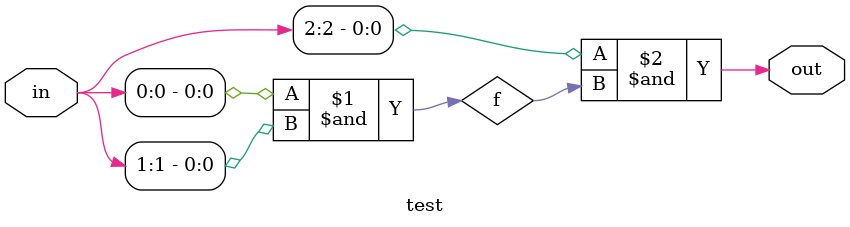
<source format=v>
`timescale 1ns / 1ps
module test(
 in,out   );

input [2:0] in; 
output out; 
wire f; 

assign f = in[0] & in[1]; 
assign out = in[2] & f;



endmodule






</source>
